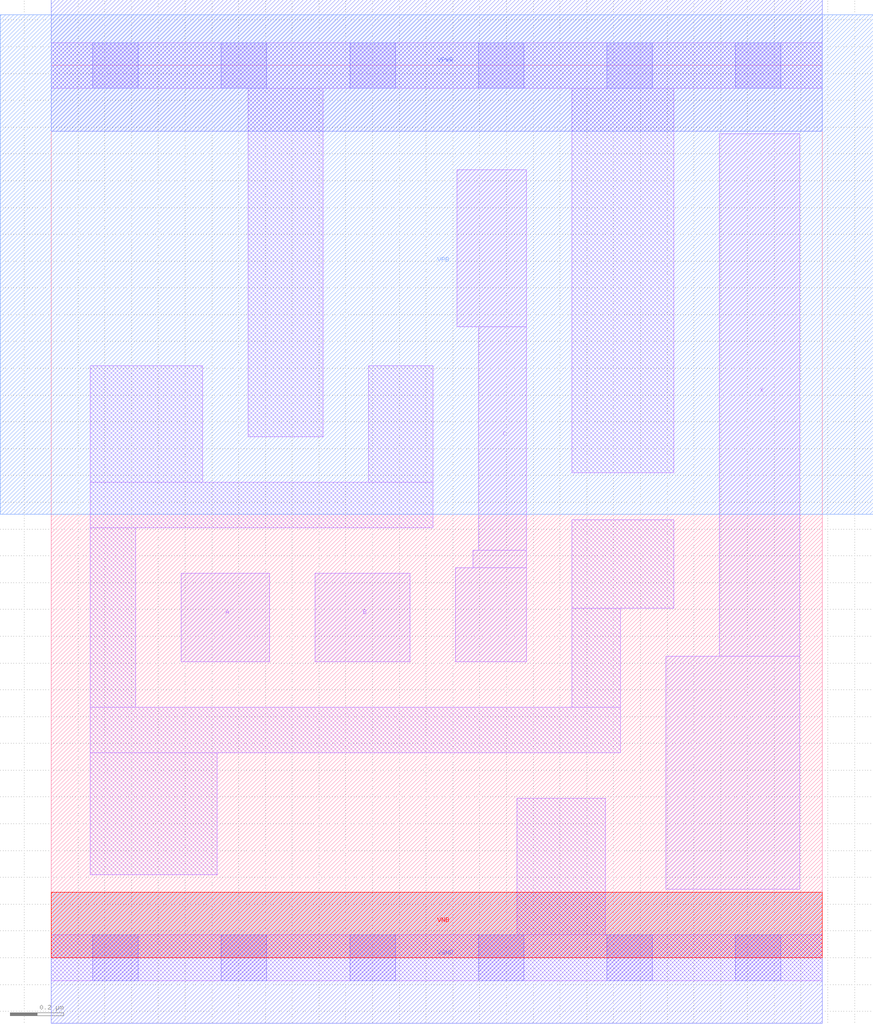
<source format=lef>
# Copyright 2020 The SkyWater PDK Authors
#
# Licensed under the Apache License, Version 2.0 (the "License");
# you may not use this file except in compliance with the License.
# You may obtain a copy of the License at
#
#     https://www.apache.org/licenses/LICENSE-2.0
#
# Unless required by applicable law or agreed to in writing, software
# distributed under the License is distributed on an "AS IS" BASIS,
# WITHOUT WARRANTIES OR CONDITIONS OF ANY KIND, either express or implied.
# See the License for the specific language governing permissions and
# limitations under the License.
#
# SPDX-License-Identifier: Apache-2.0

VERSION 5.7 ;
  NOWIREEXTENSIONATPIN ON ;
  DIVIDERCHAR "/" ;
  BUSBITCHARS "[]" ;
MACRO sky130_fd_sc_lp__and3_1
  CLASS CORE ;
  FOREIGN sky130_fd_sc_lp__and3_1 ;
  ORIGIN  0.000000  0.000000 ;
  SIZE  2.880000 BY  3.330000 ;
  SYMMETRY X Y R90 ;
  SITE unit ;
  PIN A
    ANTENNAGATEAREA  0.126000 ;
    DIRECTION INPUT ;
    USE SIGNAL ;
    PORT
      LAYER li1 ;
        RECT 0.485000 1.105000 0.815000 1.435000 ;
    END
  END A
  PIN B
    ANTENNAGATEAREA  0.126000 ;
    DIRECTION INPUT ;
    USE SIGNAL ;
    PORT
      LAYER li1 ;
        RECT 0.985000 1.105000 1.340000 1.435000 ;
    END
  END B
  PIN C
    ANTENNAGATEAREA  0.126000 ;
    DIRECTION INPUT ;
    USE SIGNAL ;
    PORT
      LAYER li1 ;
        RECT 1.510000 1.105000 1.775000 1.455000 ;
        RECT 1.515000 2.355000 1.775000 2.940000 ;
        RECT 1.575000 1.455000 1.775000 1.520000 ;
        RECT 1.595000 1.520000 1.775000 2.355000 ;
    END
  END C
  PIN X
    ANTENNADIFFAREA  0.556500 ;
    DIRECTION OUTPUT ;
    USE SIGNAL ;
    PORT
      LAYER li1 ;
        RECT 2.295000 0.255000 2.795000 1.125000 ;
        RECT 2.495000 1.125000 2.795000 3.075000 ;
    END
  END X
  PIN VGND
    DIRECTION INOUT ;
    USE GROUND ;
    PORT
      LAYER met1 ;
        RECT 0.000000 -0.245000 2.880000 0.245000 ;
    END
  END VGND
  PIN VNB
    DIRECTION INOUT ;
    USE GROUND ;
    PORT
      LAYER pwell ;
        RECT 0.000000 0.000000 2.880000 0.245000 ;
    END
  END VNB
  PIN VPB
    DIRECTION INOUT ;
    USE POWER ;
    PORT
      LAYER nwell ;
        RECT -0.190000 1.655000 3.070000 3.520000 ;
    END
  END VPB
  PIN VPWR
    DIRECTION INOUT ;
    USE POWER ;
    PORT
      LAYER met1 ;
        RECT 0.000000 3.085000 2.880000 3.575000 ;
    END
  END VPWR
  OBS
    LAYER li1 ;
      RECT 0.000000 -0.085000 2.880000 0.085000 ;
      RECT 0.000000  3.245000 2.880000 3.415000 ;
      RECT 0.145000  0.310000 0.620000 0.765000 ;
      RECT 0.145000  0.765000 2.125000 0.935000 ;
      RECT 0.145000  0.935000 0.315000 1.605000 ;
      RECT 0.145000  1.605000 1.425000 1.775000 ;
      RECT 0.145000  1.775000 0.565000 2.210000 ;
      RECT 0.735000  1.945000 1.015000 3.245000 ;
      RECT 1.185000  1.775000 1.425000 2.210000 ;
      RECT 1.740000  0.085000 2.070000 0.595000 ;
      RECT 1.945000  0.935000 2.125000 1.305000 ;
      RECT 1.945000  1.305000 2.325000 1.635000 ;
      RECT 1.945000  1.810000 2.325000 3.245000 ;
    LAYER mcon ;
      RECT 0.155000 -0.085000 0.325000 0.085000 ;
      RECT 0.155000  3.245000 0.325000 3.415000 ;
      RECT 0.635000 -0.085000 0.805000 0.085000 ;
      RECT 0.635000  3.245000 0.805000 3.415000 ;
      RECT 1.115000 -0.085000 1.285000 0.085000 ;
      RECT 1.115000  3.245000 1.285000 3.415000 ;
      RECT 1.595000 -0.085000 1.765000 0.085000 ;
      RECT 1.595000  3.245000 1.765000 3.415000 ;
      RECT 2.075000 -0.085000 2.245000 0.085000 ;
      RECT 2.075000  3.245000 2.245000 3.415000 ;
      RECT 2.555000 -0.085000 2.725000 0.085000 ;
      RECT 2.555000  3.245000 2.725000 3.415000 ;
  END
END sky130_fd_sc_lp__and3_1
END LIBRARY

</source>
